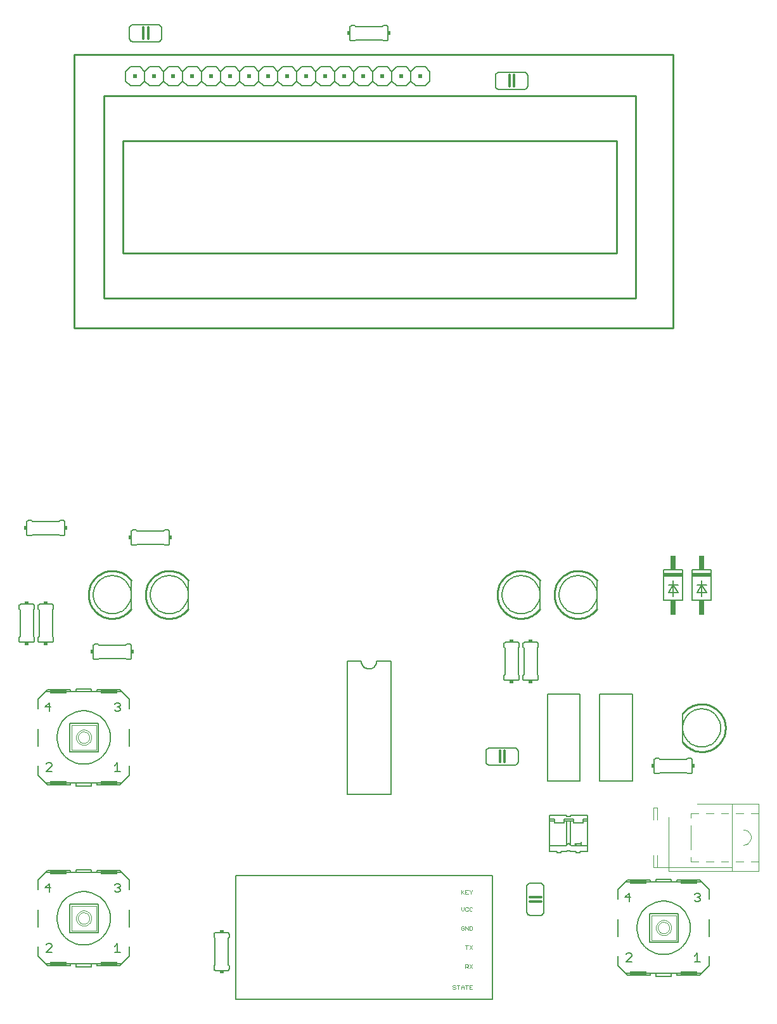
<source format=gto>
G75*
%MOIN*%
%OFA0B0*%
%FSLAX24Y24*%
%IPPOS*%
%LPD*%
%AMOC8*
5,1,8,0,0,1.08239X$1,22.5*
%
%ADD10C,0.0020*%
%ADD11C,0.0050*%
%ADD12C,0.0060*%
%ADD13R,0.0150X0.0200*%
%ADD14R,0.0200X0.0150*%
%ADD15C,0.0100*%
%ADD16R,0.0200X0.0200*%
%ADD17R,0.0850X0.0200*%
%ADD18C,0.0080*%
%ADD19C,0.0120*%
%ADD20R,0.1000X0.0200*%
%ADD21R,0.0300X0.0750*%
%ADD22C,0.0039*%
D10*
X005700Y005200D02*
X005700Y006500D01*
X007000Y006500D01*
X007000Y005200D01*
X005700Y005200D01*
X006050Y005850D02*
X006052Y005884D01*
X006058Y005918D01*
X006067Y005951D01*
X006081Y005982D01*
X006098Y006012D01*
X006118Y006040D01*
X006141Y006065D01*
X006167Y006088D01*
X006195Y006107D01*
X006225Y006123D01*
X006257Y006135D01*
X006290Y006144D01*
X006324Y006149D01*
X006359Y006150D01*
X006393Y006147D01*
X006426Y006140D01*
X006459Y006130D01*
X006490Y006115D01*
X006519Y006098D01*
X006546Y006077D01*
X006571Y006053D01*
X006593Y006026D01*
X006611Y005998D01*
X006626Y005967D01*
X006638Y005935D01*
X006646Y005901D01*
X006650Y005867D01*
X006650Y005833D01*
X006646Y005799D01*
X006638Y005765D01*
X006626Y005733D01*
X006611Y005702D01*
X006593Y005674D01*
X006571Y005647D01*
X006546Y005623D01*
X006519Y005602D01*
X006490Y005585D01*
X006459Y005570D01*
X006426Y005560D01*
X006393Y005553D01*
X006359Y005550D01*
X006324Y005551D01*
X006290Y005556D01*
X006257Y005565D01*
X006225Y005577D01*
X006195Y005593D01*
X006167Y005612D01*
X006141Y005635D01*
X006118Y005660D01*
X006098Y005688D01*
X006081Y005718D01*
X006067Y005749D01*
X006058Y005782D01*
X006052Y005816D01*
X006050Y005850D01*
X005950Y005850D02*
X005952Y005890D01*
X005958Y005929D01*
X005968Y005968D01*
X005981Y006005D01*
X005999Y006041D01*
X006020Y006075D01*
X006044Y006107D01*
X006071Y006136D01*
X006101Y006163D01*
X006133Y006186D01*
X006168Y006206D01*
X006204Y006222D01*
X006242Y006235D01*
X006281Y006244D01*
X006320Y006249D01*
X006360Y006250D01*
X006400Y006247D01*
X006439Y006240D01*
X006477Y006229D01*
X006515Y006215D01*
X006550Y006196D01*
X006583Y006175D01*
X006615Y006150D01*
X006643Y006122D01*
X006669Y006092D01*
X006691Y006059D01*
X006710Y006024D01*
X006726Y005987D01*
X006738Y005949D01*
X006746Y005910D01*
X006750Y005870D01*
X006750Y005830D01*
X006746Y005790D01*
X006738Y005751D01*
X006726Y005713D01*
X006710Y005676D01*
X006691Y005641D01*
X006669Y005608D01*
X006643Y005578D01*
X006615Y005550D01*
X006583Y005525D01*
X006550Y005504D01*
X006515Y005485D01*
X006477Y005471D01*
X006439Y005460D01*
X006400Y005453D01*
X006360Y005450D01*
X006320Y005451D01*
X006281Y005456D01*
X006242Y005465D01*
X006204Y005478D01*
X006168Y005494D01*
X006133Y005514D01*
X006101Y005537D01*
X006071Y005564D01*
X006044Y005593D01*
X006020Y005625D01*
X005999Y005659D01*
X005981Y005695D01*
X005968Y005732D01*
X005958Y005771D01*
X005952Y005810D01*
X005950Y005850D01*
X005700Y014700D02*
X005700Y016000D01*
X007000Y016000D01*
X007000Y014700D01*
X005700Y014700D01*
X006050Y015350D02*
X006052Y015384D01*
X006058Y015418D01*
X006067Y015451D01*
X006081Y015482D01*
X006098Y015512D01*
X006118Y015540D01*
X006141Y015565D01*
X006167Y015588D01*
X006195Y015607D01*
X006225Y015623D01*
X006257Y015635D01*
X006290Y015644D01*
X006324Y015649D01*
X006359Y015650D01*
X006393Y015647D01*
X006426Y015640D01*
X006459Y015630D01*
X006490Y015615D01*
X006519Y015598D01*
X006546Y015577D01*
X006571Y015553D01*
X006593Y015526D01*
X006611Y015498D01*
X006626Y015467D01*
X006638Y015435D01*
X006646Y015401D01*
X006650Y015367D01*
X006650Y015333D01*
X006646Y015299D01*
X006638Y015265D01*
X006626Y015233D01*
X006611Y015202D01*
X006593Y015174D01*
X006571Y015147D01*
X006546Y015123D01*
X006519Y015102D01*
X006490Y015085D01*
X006459Y015070D01*
X006426Y015060D01*
X006393Y015053D01*
X006359Y015050D01*
X006324Y015051D01*
X006290Y015056D01*
X006257Y015065D01*
X006225Y015077D01*
X006195Y015093D01*
X006167Y015112D01*
X006141Y015135D01*
X006118Y015160D01*
X006098Y015188D01*
X006081Y015218D01*
X006067Y015249D01*
X006058Y015282D01*
X006052Y015316D01*
X006050Y015350D01*
X005950Y015350D02*
X005952Y015390D01*
X005958Y015429D01*
X005968Y015468D01*
X005981Y015505D01*
X005999Y015541D01*
X006020Y015575D01*
X006044Y015607D01*
X006071Y015636D01*
X006101Y015663D01*
X006133Y015686D01*
X006168Y015706D01*
X006204Y015722D01*
X006242Y015735D01*
X006281Y015744D01*
X006320Y015749D01*
X006360Y015750D01*
X006400Y015747D01*
X006439Y015740D01*
X006477Y015729D01*
X006515Y015715D01*
X006550Y015696D01*
X006583Y015675D01*
X006615Y015650D01*
X006643Y015622D01*
X006669Y015592D01*
X006691Y015559D01*
X006710Y015524D01*
X006726Y015487D01*
X006738Y015449D01*
X006746Y015410D01*
X006750Y015370D01*
X006750Y015330D01*
X006746Y015290D01*
X006738Y015251D01*
X006726Y015213D01*
X006710Y015176D01*
X006691Y015141D01*
X006669Y015108D01*
X006643Y015078D01*
X006615Y015050D01*
X006583Y015025D01*
X006550Y015004D01*
X006515Y014985D01*
X006477Y014971D01*
X006439Y014960D01*
X006400Y014953D01*
X006360Y014950D01*
X006320Y014951D01*
X006281Y014956D01*
X006242Y014965D01*
X006204Y014978D01*
X006168Y014994D01*
X006133Y015014D01*
X006101Y015037D01*
X006071Y015064D01*
X006044Y015093D01*
X006020Y015125D01*
X005999Y015159D01*
X005981Y015195D01*
X005968Y015232D01*
X005958Y015271D01*
X005952Y015310D01*
X005950Y015350D01*
X025755Y002303D02*
X025755Y002267D01*
X025792Y002230D01*
X025865Y002230D01*
X025902Y002193D01*
X025902Y002157D01*
X025865Y002120D01*
X025792Y002120D01*
X025755Y002157D01*
X025755Y002303D02*
X025792Y002340D01*
X025865Y002340D01*
X025902Y002303D01*
X025976Y002340D02*
X026123Y002340D01*
X026049Y002340D02*
X026049Y002120D01*
X026197Y002120D02*
X026197Y002267D01*
X026270Y002340D01*
X026344Y002267D01*
X026344Y002120D01*
X026344Y002230D02*
X026197Y002230D01*
X026418Y002340D02*
X026565Y002340D01*
X026491Y002340D02*
X026491Y002120D01*
X026639Y002120D02*
X026786Y002120D01*
X026712Y002230D02*
X026639Y002230D01*
X026639Y002340D02*
X026639Y002120D01*
X026639Y002340D02*
X026786Y002340D01*
X026786Y003220D02*
X026639Y003440D01*
X026565Y003403D02*
X026565Y003330D01*
X026528Y003293D01*
X026418Y003293D01*
X026418Y003220D02*
X026418Y003440D01*
X026528Y003440D01*
X026565Y003403D01*
X026491Y003293D02*
X026565Y003220D01*
X026639Y003220D02*
X026786Y003440D01*
X026786Y004220D02*
X026639Y004440D01*
X026565Y004440D02*
X026418Y004440D01*
X026491Y004440D02*
X026491Y004220D01*
X026639Y004220D02*
X026786Y004440D01*
X026749Y005220D02*
X026786Y005257D01*
X026786Y005403D01*
X026749Y005440D01*
X026639Y005440D01*
X026639Y005220D01*
X026749Y005220D01*
X026565Y005220D02*
X026565Y005440D01*
X026418Y005440D02*
X026565Y005220D01*
X026418Y005220D02*
X026418Y005440D01*
X026344Y005403D02*
X026307Y005440D01*
X026234Y005440D01*
X026197Y005403D01*
X026197Y005257D01*
X026234Y005220D01*
X026307Y005220D01*
X026344Y005257D01*
X026344Y005330D01*
X026270Y005330D01*
X026270Y006220D02*
X026344Y006293D01*
X026344Y006440D01*
X026418Y006403D02*
X026418Y006257D01*
X026455Y006220D01*
X026528Y006220D01*
X026565Y006257D01*
X026639Y006257D02*
X026676Y006220D01*
X026749Y006220D01*
X026786Y006257D01*
X026786Y006403D02*
X026749Y006440D01*
X026676Y006440D01*
X026639Y006403D01*
X026639Y006257D01*
X026565Y006403D02*
X026528Y006440D01*
X026455Y006440D01*
X026418Y006403D01*
X026197Y006440D02*
X026197Y006293D01*
X026270Y006220D01*
X026197Y007120D02*
X026197Y007340D01*
X026234Y007230D02*
X026344Y007120D01*
X026418Y007120D02*
X026565Y007120D01*
X026491Y007230D02*
X026418Y007230D01*
X026418Y007340D02*
X026418Y007120D01*
X026418Y007340D02*
X026565Y007340D01*
X026639Y007340D02*
X026639Y007303D01*
X026712Y007230D01*
X026712Y007120D01*
X026712Y007230D02*
X026786Y007303D01*
X026786Y007340D01*
X026344Y007340D02*
X026197Y007193D01*
X036200Y006000D02*
X036200Y004700D01*
X037500Y004700D01*
X037500Y006000D01*
X036200Y006000D01*
X036550Y005350D02*
X036552Y005384D01*
X036558Y005418D01*
X036567Y005451D01*
X036581Y005482D01*
X036598Y005512D01*
X036618Y005540D01*
X036641Y005565D01*
X036667Y005588D01*
X036695Y005607D01*
X036725Y005623D01*
X036757Y005635D01*
X036790Y005644D01*
X036824Y005649D01*
X036859Y005650D01*
X036893Y005647D01*
X036926Y005640D01*
X036959Y005630D01*
X036990Y005615D01*
X037019Y005598D01*
X037046Y005577D01*
X037071Y005553D01*
X037093Y005526D01*
X037111Y005498D01*
X037126Y005467D01*
X037138Y005435D01*
X037146Y005401D01*
X037150Y005367D01*
X037150Y005333D01*
X037146Y005299D01*
X037138Y005265D01*
X037126Y005233D01*
X037111Y005202D01*
X037093Y005174D01*
X037071Y005147D01*
X037046Y005123D01*
X037019Y005102D01*
X036990Y005085D01*
X036959Y005070D01*
X036926Y005060D01*
X036893Y005053D01*
X036859Y005050D01*
X036824Y005051D01*
X036790Y005056D01*
X036757Y005065D01*
X036725Y005077D01*
X036695Y005093D01*
X036667Y005112D01*
X036641Y005135D01*
X036618Y005160D01*
X036598Y005188D01*
X036581Y005218D01*
X036567Y005249D01*
X036558Y005282D01*
X036552Y005316D01*
X036550Y005350D01*
X036450Y005350D02*
X036452Y005390D01*
X036458Y005429D01*
X036468Y005468D01*
X036481Y005505D01*
X036499Y005541D01*
X036520Y005575D01*
X036544Y005607D01*
X036571Y005636D01*
X036601Y005663D01*
X036633Y005686D01*
X036668Y005706D01*
X036704Y005722D01*
X036742Y005735D01*
X036781Y005744D01*
X036820Y005749D01*
X036860Y005750D01*
X036900Y005747D01*
X036939Y005740D01*
X036977Y005729D01*
X037015Y005715D01*
X037050Y005696D01*
X037083Y005675D01*
X037115Y005650D01*
X037143Y005622D01*
X037169Y005592D01*
X037191Y005559D01*
X037210Y005524D01*
X037226Y005487D01*
X037238Y005449D01*
X037246Y005410D01*
X037250Y005370D01*
X037250Y005330D01*
X037246Y005290D01*
X037238Y005251D01*
X037226Y005213D01*
X037210Y005176D01*
X037191Y005141D01*
X037169Y005108D01*
X037143Y005078D01*
X037115Y005050D01*
X037083Y005025D01*
X037050Y005004D01*
X037015Y004985D01*
X036977Y004971D01*
X036939Y004960D01*
X036900Y004953D01*
X036860Y004950D01*
X036820Y004951D01*
X036781Y004956D01*
X036742Y004965D01*
X036704Y004978D01*
X036668Y004994D01*
X036633Y005014D01*
X036601Y005037D01*
X036571Y005064D01*
X036544Y005093D01*
X036520Y005125D01*
X036499Y005159D01*
X036481Y005195D01*
X036468Y005232D01*
X036458Y005271D01*
X036452Y005310D01*
X036450Y005350D01*
D11*
X035090Y004025D02*
X034940Y004025D01*
X034865Y003950D01*
X035090Y004025D02*
X035165Y003950D01*
X035165Y003875D01*
X034865Y003575D01*
X035165Y003575D01*
X035040Y006725D02*
X035040Y007175D01*
X034815Y006950D01*
X035115Y006950D01*
X032515Y009646D02*
X032515Y009873D01*
X032515Y009759D02*
X032175Y009759D01*
X032288Y009646D01*
X027850Y008100D02*
X014350Y008100D01*
X014350Y001600D01*
X027850Y001600D01*
X027850Y008100D01*
X038465Y007100D02*
X038540Y007175D01*
X038690Y007175D01*
X038765Y007100D01*
X038765Y007025D01*
X038690Y006950D01*
X038765Y006875D01*
X038765Y006800D01*
X038690Y006725D01*
X038540Y006725D01*
X038465Y006800D01*
X038615Y006950D02*
X038690Y006950D01*
X038615Y004025D02*
X038465Y003875D01*
X038615Y004025D02*
X038615Y003575D01*
X038465Y003575D02*
X038765Y003575D01*
X008265Y004075D02*
X007965Y004075D01*
X008115Y004075D02*
X008115Y004525D01*
X007965Y004375D01*
X008040Y007225D02*
X007965Y007300D01*
X008040Y007225D02*
X008190Y007225D01*
X008265Y007300D01*
X008265Y007375D01*
X008190Y007450D01*
X008115Y007450D01*
X008190Y007450D02*
X008265Y007525D01*
X008265Y007600D01*
X008190Y007675D01*
X008040Y007675D01*
X007965Y007600D01*
X004615Y007450D02*
X004315Y007450D01*
X004540Y007675D01*
X004540Y007225D01*
X004590Y004525D02*
X004440Y004525D01*
X004365Y004450D01*
X004590Y004525D02*
X004665Y004450D01*
X004665Y004375D01*
X004365Y004075D01*
X004665Y004075D01*
X004665Y013575D02*
X004365Y013575D01*
X004665Y013875D01*
X004665Y013950D01*
X004590Y014025D01*
X004440Y014025D01*
X004365Y013950D01*
X004540Y016725D02*
X004540Y017175D01*
X004315Y016950D01*
X004615Y016950D01*
X007965Y016800D02*
X008040Y016725D01*
X008190Y016725D01*
X008265Y016800D01*
X008265Y016875D01*
X008190Y016950D01*
X008115Y016950D01*
X008190Y016950D02*
X008265Y017025D01*
X008265Y017100D01*
X008190Y017175D01*
X008040Y017175D01*
X007965Y017100D01*
X008115Y014025D02*
X007965Y013875D01*
X008115Y014025D02*
X008115Y013575D01*
X007965Y013575D02*
X008265Y013575D01*
X008797Y049581D02*
X009297Y049581D01*
X009547Y049831D01*
X009797Y049581D01*
X010297Y049581D01*
X010547Y049831D01*
X010547Y050331D01*
X010297Y050581D01*
X009797Y050581D01*
X009547Y050331D01*
X009547Y049831D01*
X009547Y050331D02*
X009297Y050581D01*
X008797Y050581D01*
X008547Y050331D01*
X008547Y049831D01*
X008797Y049581D01*
X010547Y049831D02*
X010797Y049581D01*
X011297Y049581D01*
X011547Y049831D01*
X011797Y049581D01*
X012297Y049581D01*
X012547Y049831D01*
X012797Y049581D01*
X013297Y049581D01*
X013547Y049831D01*
X013547Y050331D01*
X013297Y050581D01*
X012797Y050581D01*
X012547Y050331D01*
X012547Y049831D01*
X012547Y050331D02*
X012297Y050581D01*
X011797Y050581D01*
X011547Y050331D01*
X011547Y049831D01*
X011547Y050331D02*
X011297Y050581D01*
X010797Y050581D01*
X010547Y050331D01*
X013547Y050331D02*
X013797Y050581D01*
X014297Y050581D01*
X014547Y050331D01*
X014797Y050581D01*
X015297Y050581D01*
X015547Y050331D01*
X015797Y050581D01*
X016297Y050581D01*
X016547Y050331D01*
X016547Y049831D01*
X016297Y049581D01*
X015797Y049581D01*
X015547Y049831D01*
X015297Y049581D01*
X014797Y049581D01*
X014547Y049831D01*
X014297Y049581D01*
X013797Y049581D01*
X013547Y049831D01*
X014547Y049831D02*
X014547Y050331D01*
X015547Y050331D02*
X015547Y049831D01*
X016547Y049831D02*
X016797Y049581D01*
X017297Y049581D01*
X017547Y049831D01*
X017797Y049581D01*
X018297Y049581D01*
X018547Y049831D01*
X018797Y049581D01*
X019297Y049581D01*
X019547Y049831D01*
X019547Y050331D01*
X019297Y050581D01*
X018797Y050581D01*
X018547Y050331D01*
X018547Y049831D01*
X018547Y050331D02*
X018297Y050581D01*
X017797Y050581D01*
X017547Y050331D01*
X017547Y049831D01*
X017547Y050331D02*
X017297Y050581D01*
X016797Y050581D01*
X016547Y050331D01*
X019547Y050331D02*
X019797Y050581D01*
X020297Y050581D01*
X020547Y050331D01*
X020797Y050581D01*
X021297Y050581D01*
X021547Y050331D01*
X021797Y050581D01*
X022297Y050581D01*
X022547Y050331D01*
X022797Y050581D01*
X023297Y050581D01*
X023547Y050331D01*
X023797Y050581D01*
X024297Y050581D01*
X024547Y050331D01*
X024547Y049831D01*
X024297Y049581D01*
X023797Y049581D01*
X023547Y049831D01*
X023297Y049581D01*
X022797Y049581D01*
X022547Y049831D01*
X022297Y049581D01*
X021797Y049581D01*
X021547Y049831D01*
X021297Y049581D01*
X020797Y049581D01*
X020547Y049831D01*
X020297Y049581D01*
X019797Y049581D01*
X019547Y049831D01*
X020547Y049831D02*
X020547Y050331D01*
X021547Y050331D02*
X021547Y049831D01*
X022547Y049831D02*
X022547Y050331D01*
X023547Y050331D02*
X023547Y049831D01*
D12*
X003950Y004350D02*
X003950Y003850D01*
X004350Y003450D01*
X004450Y003350D01*
X005650Y003350D01*
X005650Y003450D01*
X005950Y003450D01*
X005950Y003300D01*
X006750Y003300D01*
X006750Y003450D01*
X007050Y003450D01*
X007050Y003350D01*
X008250Y003350D01*
X008350Y003450D01*
X008750Y003850D01*
X008750Y004350D01*
X008350Y003450D02*
X007050Y003450D01*
X006750Y003450D02*
X005950Y003450D01*
X005650Y003450D02*
X004350Y003450D01*
X003950Y005400D02*
X003950Y006300D01*
X003950Y007350D02*
X003950Y007850D01*
X004350Y008250D01*
X004450Y008350D01*
X005650Y008350D01*
X005650Y008250D01*
X004350Y008250D01*
X005650Y008250D02*
X005950Y008250D01*
X006750Y008250D01*
X007050Y008250D01*
X007050Y008350D01*
X008250Y008350D01*
X008350Y008250D01*
X007050Y008250D01*
X006750Y008250D02*
X006750Y008400D01*
X005950Y008400D01*
X005950Y008250D01*
X005600Y006600D02*
X007100Y006600D01*
X007100Y005100D01*
X005600Y005100D01*
X005600Y006600D01*
X004950Y005850D02*
X004952Y005925D01*
X004958Y005999D01*
X004968Y006073D01*
X004982Y006146D01*
X004999Y006218D01*
X005021Y006290D01*
X005046Y006360D01*
X005075Y006428D01*
X005108Y006496D01*
X005144Y006561D01*
X005183Y006624D01*
X005226Y006685D01*
X005272Y006744D01*
X005321Y006800D01*
X005373Y006853D01*
X005428Y006904D01*
X005485Y006951D01*
X005545Y006996D01*
X005607Y007037D01*
X005672Y007075D01*
X005738Y007109D01*
X005806Y007140D01*
X005875Y007167D01*
X005946Y007190D01*
X006018Y007210D01*
X006091Y007226D01*
X006164Y007238D01*
X006238Y007246D01*
X006313Y007250D01*
X006387Y007250D01*
X006462Y007246D01*
X006536Y007238D01*
X006609Y007226D01*
X006682Y007210D01*
X006754Y007190D01*
X006825Y007167D01*
X006894Y007140D01*
X006962Y007109D01*
X007028Y007075D01*
X007093Y007037D01*
X007155Y006996D01*
X007215Y006951D01*
X007272Y006904D01*
X007327Y006853D01*
X007379Y006800D01*
X007428Y006744D01*
X007474Y006685D01*
X007517Y006624D01*
X007556Y006561D01*
X007592Y006496D01*
X007625Y006428D01*
X007654Y006360D01*
X007679Y006290D01*
X007701Y006218D01*
X007718Y006146D01*
X007732Y006073D01*
X007742Y005999D01*
X007748Y005925D01*
X007750Y005850D01*
X007748Y005775D01*
X007742Y005701D01*
X007732Y005627D01*
X007718Y005554D01*
X007701Y005482D01*
X007679Y005410D01*
X007654Y005340D01*
X007625Y005272D01*
X007592Y005204D01*
X007556Y005139D01*
X007517Y005076D01*
X007474Y005015D01*
X007428Y004956D01*
X007379Y004900D01*
X007327Y004847D01*
X007272Y004796D01*
X007215Y004749D01*
X007155Y004704D01*
X007093Y004663D01*
X007028Y004625D01*
X006962Y004591D01*
X006894Y004560D01*
X006825Y004533D01*
X006754Y004510D01*
X006682Y004490D01*
X006609Y004474D01*
X006536Y004462D01*
X006462Y004454D01*
X006387Y004450D01*
X006313Y004450D01*
X006238Y004454D01*
X006164Y004462D01*
X006091Y004474D01*
X006018Y004490D01*
X005946Y004510D01*
X005875Y004533D01*
X005806Y004560D01*
X005738Y004591D01*
X005672Y004625D01*
X005607Y004663D01*
X005545Y004704D01*
X005485Y004749D01*
X005428Y004796D01*
X005373Y004847D01*
X005321Y004900D01*
X005272Y004956D01*
X005226Y005015D01*
X005183Y005076D01*
X005144Y005139D01*
X005108Y005204D01*
X005075Y005272D01*
X005046Y005340D01*
X005021Y005410D01*
X004999Y005482D01*
X004982Y005554D01*
X004968Y005627D01*
X004958Y005701D01*
X004952Y005775D01*
X004950Y005850D01*
X008350Y008250D02*
X008750Y007850D01*
X008750Y007350D01*
X008750Y006300D02*
X008750Y005400D01*
X013200Y005000D02*
X013200Y004850D01*
X013250Y004800D01*
X013250Y003400D01*
X013200Y003350D01*
X013200Y003200D01*
X013202Y003183D01*
X013206Y003166D01*
X013213Y003150D01*
X013223Y003136D01*
X013236Y003123D01*
X013250Y003113D01*
X013266Y003106D01*
X013283Y003102D01*
X013300Y003100D01*
X013900Y003100D01*
X013917Y003102D01*
X013934Y003106D01*
X013950Y003113D01*
X013964Y003123D01*
X013977Y003136D01*
X013987Y003150D01*
X013994Y003166D01*
X013998Y003183D01*
X014000Y003200D01*
X014000Y003350D01*
X013950Y003400D01*
X013950Y004800D01*
X014000Y004850D01*
X014000Y005000D01*
X013998Y005017D01*
X013994Y005034D01*
X013987Y005050D01*
X013977Y005064D01*
X013964Y005077D01*
X013950Y005087D01*
X013934Y005094D01*
X013917Y005098D01*
X013900Y005100D01*
X013300Y005100D01*
X013283Y005098D01*
X013266Y005094D01*
X013250Y005087D01*
X013236Y005077D01*
X013223Y005064D01*
X013213Y005050D01*
X013206Y005034D01*
X013202Y005017D01*
X013200Y005000D01*
X008250Y012850D02*
X008350Y012950D01*
X008750Y013350D01*
X008750Y013850D01*
X008350Y012950D02*
X007050Y012950D01*
X006750Y012950D01*
X005950Y012950D01*
X005650Y012950D01*
X005650Y012850D01*
X004450Y012850D01*
X004350Y012950D01*
X005650Y012950D01*
X005950Y012950D02*
X005950Y012800D01*
X006750Y012800D01*
X006750Y012950D01*
X007050Y012950D02*
X007050Y012850D01*
X008250Y012850D01*
X007100Y014600D02*
X007100Y016100D01*
X005600Y016100D01*
X005600Y014600D01*
X007100Y014600D01*
X004950Y015350D02*
X004952Y015425D01*
X004958Y015499D01*
X004968Y015573D01*
X004982Y015646D01*
X004999Y015718D01*
X005021Y015790D01*
X005046Y015860D01*
X005075Y015928D01*
X005108Y015996D01*
X005144Y016061D01*
X005183Y016124D01*
X005226Y016185D01*
X005272Y016244D01*
X005321Y016300D01*
X005373Y016353D01*
X005428Y016404D01*
X005485Y016451D01*
X005545Y016496D01*
X005607Y016537D01*
X005672Y016575D01*
X005738Y016609D01*
X005806Y016640D01*
X005875Y016667D01*
X005946Y016690D01*
X006018Y016710D01*
X006091Y016726D01*
X006164Y016738D01*
X006238Y016746D01*
X006313Y016750D01*
X006387Y016750D01*
X006462Y016746D01*
X006536Y016738D01*
X006609Y016726D01*
X006682Y016710D01*
X006754Y016690D01*
X006825Y016667D01*
X006894Y016640D01*
X006962Y016609D01*
X007028Y016575D01*
X007093Y016537D01*
X007155Y016496D01*
X007215Y016451D01*
X007272Y016404D01*
X007327Y016353D01*
X007379Y016300D01*
X007428Y016244D01*
X007474Y016185D01*
X007517Y016124D01*
X007556Y016061D01*
X007592Y015996D01*
X007625Y015928D01*
X007654Y015860D01*
X007679Y015790D01*
X007701Y015718D01*
X007718Y015646D01*
X007732Y015573D01*
X007742Y015499D01*
X007748Y015425D01*
X007750Y015350D01*
X007748Y015275D01*
X007742Y015201D01*
X007732Y015127D01*
X007718Y015054D01*
X007701Y014982D01*
X007679Y014910D01*
X007654Y014840D01*
X007625Y014772D01*
X007592Y014704D01*
X007556Y014639D01*
X007517Y014576D01*
X007474Y014515D01*
X007428Y014456D01*
X007379Y014400D01*
X007327Y014347D01*
X007272Y014296D01*
X007215Y014249D01*
X007155Y014204D01*
X007093Y014163D01*
X007028Y014125D01*
X006962Y014091D01*
X006894Y014060D01*
X006825Y014033D01*
X006754Y014010D01*
X006682Y013990D01*
X006609Y013974D01*
X006536Y013962D01*
X006462Y013954D01*
X006387Y013950D01*
X006313Y013950D01*
X006238Y013954D01*
X006164Y013962D01*
X006091Y013974D01*
X006018Y013990D01*
X005946Y014010D01*
X005875Y014033D01*
X005806Y014060D01*
X005738Y014091D01*
X005672Y014125D01*
X005607Y014163D01*
X005545Y014204D01*
X005485Y014249D01*
X005428Y014296D01*
X005373Y014347D01*
X005321Y014400D01*
X005272Y014456D01*
X005226Y014515D01*
X005183Y014576D01*
X005144Y014639D01*
X005108Y014704D01*
X005075Y014772D01*
X005046Y014840D01*
X005021Y014910D01*
X004999Y014982D01*
X004982Y015054D01*
X004968Y015127D01*
X004958Y015201D01*
X004952Y015275D01*
X004950Y015350D01*
X003950Y014900D02*
X003950Y015800D01*
X003950Y016850D02*
X003950Y017350D01*
X004350Y017750D01*
X004450Y017850D01*
X005650Y017850D01*
X005650Y017750D01*
X004350Y017750D01*
X005650Y017750D02*
X005950Y017750D01*
X006750Y017750D01*
X007050Y017750D01*
X007050Y017850D01*
X008250Y017850D01*
X008350Y017750D01*
X007050Y017750D01*
X006750Y017750D02*
X006750Y017900D01*
X005950Y017900D01*
X005950Y017750D01*
X006950Y019450D02*
X007100Y019450D01*
X007150Y019500D01*
X008550Y019500D01*
X008600Y019450D01*
X008750Y019450D01*
X008767Y019452D01*
X008784Y019456D01*
X008800Y019463D01*
X008814Y019473D01*
X008827Y019486D01*
X008837Y019500D01*
X008844Y019516D01*
X008848Y019533D01*
X008850Y019550D01*
X008850Y020150D01*
X008848Y020167D01*
X008844Y020184D01*
X008837Y020200D01*
X008827Y020214D01*
X008814Y020227D01*
X008800Y020237D01*
X008784Y020244D01*
X008767Y020248D01*
X008750Y020250D01*
X008600Y020250D01*
X008550Y020200D01*
X007150Y020200D01*
X007100Y020250D01*
X006950Y020250D01*
X006933Y020248D01*
X006916Y020244D01*
X006900Y020237D01*
X006886Y020227D01*
X006873Y020214D01*
X006863Y020200D01*
X006856Y020184D01*
X006852Y020167D01*
X006850Y020150D01*
X006850Y019550D01*
X006852Y019533D01*
X006856Y019516D01*
X006863Y019500D01*
X006873Y019486D01*
X006886Y019473D01*
X006900Y019463D01*
X006916Y019456D01*
X006933Y019452D01*
X006950Y019450D01*
X008350Y017750D02*
X008750Y017350D01*
X008750Y016850D01*
X008750Y015800D02*
X008750Y014900D01*
X004350Y012950D02*
X003950Y013350D01*
X003950Y013850D01*
X004050Y020350D02*
X004650Y020350D01*
X004667Y020352D01*
X004684Y020356D01*
X004700Y020363D01*
X004714Y020373D01*
X004727Y020386D01*
X004737Y020400D01*
X004744Y020416D01*
X004748Y020433D01*
X004750Y020450D01*
X004750Y020600D01*
X004700Y020650D01*
X004700Y022050D01*
X004750Y022100D01*
X004750Y022250D01*
X004748Y022267D01*
X004744Y022284D01*
X004737Y022300D01*
X004727Y022314D01*
X004714Y022327D01*
X004700Y022337D01*
X004684Y022344D01*
X004667Y022348D01*
X004650Y022350D01*
X004050Y022350D01*
X004033Y022348D01*
X004016Y022344D01*
X004000Y022337D01*
X003986Y022327D01*
X003973Y022314D01*
X003963Y022300D01*
X003956Y022284D01*
X003952Y022267D01*
X003950Y022250D01*
X003950Y022100D01*
X004000Y022050D01*
X004000Y020650D01*
X003950Y020600D01*
X003950Y020450D01*
X003952Y020433D01*
X003956Y020416D01*
X003963Y020400D01*
X003973Y020386D01*
X003986Y020373D01*
X004000Y020363D01*
X004016Y020356D01*
X004033Y020352D01*
X004050Y020350D01*
X003750Y020450D02*
X003750Y020600D01*
X003700Y020650D01*
X003700Y022050D01*
X003750Y022100D01*
X003750Y022250D01*
X003748Y022267D01*
X003744Y022284D01*
X003737Y022300D01*
X003727Y022314D01*
X003714Y022327D01*
X003700Y022337D01*
X003684Y022344D01*
X003667Y022348D01*
X003650Y022350D01*
X003050Y022350D01*
X003033Y022348D01*
X003016Y022344D01*
X003000Y022337D01*
X002986Y022327D01*
X002973Y022314D01*
X002963Y022300D01*
X002956Y022284D01*
X002952Y022267D01*
X002950Y022250D01*
X002950Y022100D01*
X003000Y022050D01*
X003000Y020650D01*
X002950Y020600D01*
X002950Y020450D01*
X002952Y020433D01*
X002956Y020416D01*
X002963Y020400D01*
X002973Y020386D01*
X002986Y020373D01*
X003000Y020363D01*
X003016Y020356D01*
X003033Y020352D01*
X003050Y020350D01*
X003650Y020350D01*
X003667Y020352D01*
X003684Y020356D01*
X003700Y020363D01*
X003714Y020373D01*
X003727Y020386D01*
X003737Y020400D01*
X003744Y020416D01*
X003748Y020433D01*
X003750Y020450D01*
X006850Y022850D02*
X006852Y022913D01*
X006858Y022975D01*
X006868Y023037D01*
X006881Y023099D01*
X006899Y023159D01*
X006920Y023218D01*
X006945Y023276D01*
X006974Y023332D01*
X007006Y023386D01*
X007041Y023438D01*
X007079Y023487D01*
X007121Y023535D01*
X007165Y023579D01*
X007213Y023621D01*
X007262Y023659D01*
X007314Y023694D01*
X007368Y023726D01*
X007424Y023755D01*
X007482Y023780D01*
X007541Y023801D01*
X007601Y023819D01*
X007663Y023832D01*
X007725Y023842D01*
X007787Y023848D01*
X007850Y023850D01*
X007913Y023848D01*
X007975Y023842D01*
X008037Y023832D01*
X008099Y023819D01*
X008159Y023801D01*
X008218Y023780D01*
X008276Y023755D01*
X008332Y023726D01*
X008386Y023694D01*
X008438Y023659D01*
X008487Y023621D01*
X008535Y023579D01*
X008579Y023535D01*
X008621Y023487D01*
X008659Y023438D01*
X008694Y023386D01*
X008726Y023332D01*
X008755Y023276D01*
X008780Y023218D01*
X008801Y023159D01*
X008819Y023099D01*
X008832Y023037D01*
X008842Y022975D01*
X008848Y022913D01*
X008850Y022850D01*
X008848Y022787D01*
X008842Y022725D01*
X008832Y022663D01*
X008819Y022601D01*
X008801Y022541D01*
X008780Y022482D01*
X008755Y022424D01*
X008726Y022368D01*
X008694Y022314D01*
X008659Y022262D01*
X008621Y022213D01*
X008579Y022165D01*
X008535Y022121D01*
X008487Y022079D01*
X008438Y022041D01*
X008386Y022006D01*
X008332Y021974D01*
X008276Y021945D01*
X008218Y021920D01*
X008159Y021899D01*
X008099Y021881D01*
X008037Y021868D01*
X007975Y021858D01*
X007913Y021852D01*
X007850Y021850D01*
X007787Y021852D01*
X007725Y021858D01*
X007663Y021868D01*
X007601Y021881D01*
X007541Y021899D01*
X007482Y021920D01*
X007424Y021945D01*
X007368Y021974D01*
X007314Y022006D01*
X007262Y022041D01*
X007213Y022079D01*
X007165Y022121D01*
X007121Y022165D01*
X007079Y022213D01*
X007041Y022262D01*
X007006Y022314D01*
X006974Y022368D01*
X006945Y022424D01*
X006920Y022482D01*
X006899Y022541D01*
X006881Y022601D01*
X006868Y022663D01*
X006858Y022725D01*
X006852Y022787D01*
X006850Y022850D01*
X008950Y025450D02*
X009100Y025450D01*
X009150Y025500D01*
X010550Y025500D01*
X010600Y025450D01*
X010750Y025450D01*
X010767Y025452D01*
X010784Y025456D01*
X010800Y025463D01*
X010814Y025473D01*
X010827Y025486D01*
X010837Y025500D01*
X010844Y025516D01*
X010848Y025533D01*
X010850Y025550D01*
X010850Y026150D01*
X010848Y026167D01*
X010844Y026184D01*
X010837Y026200D01*
X010827Y026214D01*
X010814Y026227D01*
X010800Y026237D01*
X010784Y026244D01*
X010767Y026248D01*
X010750Y026250D01*
X010600Y026250D01*
X010550Y026200D01*
X009150Y026200D01*
X009100Y026250D01*
X008950Y026250D01*
X008933Y026248D01*
X008916Y026244D01*
X008900Y026237D01*
X008886Y026227D01*
X008873Y026214D01*
X008863Y026200D01*
X008856Y026184D01*
X008852Y026167D01*
X008850Y026150D01*
X008850Y025550D01*
X008852Y025533D01*
X008856Y025516D01*
X008863Y025500D01*
X008873Y025486D01*
X008886Y025473D01*
X008900Y025463D01*
X008916Y025456D01*
X008933Y025452D01*
X008950Y025450D01*
X009850Y022850D02*
X009852Y022913D01*
X009858Y022975D01*
X009868Y023037D01*
X009881Y023099D01*
X009899Y023159D01*
X009920Y023218D01*
X009945Y023276D01*
X009974Y023332D01*
X010006Y023386D01*
X010041Y023438D01*
X010079Y023487D01*
X010121Y023535D01*
X010165Y023579D01*
X010213Y023621D01*
X010262Y023659D01*
X010314Y023694D01*
X010368Y023726D01*
X010424Y023755D01*
X010482Y023780D01*
X010541Y023801D01*
X010601Y023819D01*
X010663Y023832D01*
X010725Y023842D01*
X010787Y023848D01*
X010850Y023850D01*
X010913Y023848D01*
X010975Y023842D01*
X011037Y023832D01*
X011099Y023819D01*
X011159Y023801D01*
X011218Y023780D01*
X011276Y023755D01*
X011332Y023726D01*
X011386Y023694D01*
X011438Y023659D01*
X011487Y023621D01*
X011535Y023579D01*
X011579Y023535D01*
X011621Y023487D01*
X011659Y023438D01*
X011694Y023386D01*
X011726Y023332D01*
X011755Y023276D01*
X011780Y023218D01*
X011801Y023159D01*
X011819Y023099D01*
X011832Y023037D01*
X011842Y022975D01*
X011848Y022913D01*
X011850Y022850D01*
X011848Y022787D01*
X011842Y022725D01*
X011832Y022663D01*
X011819Y022601D01*
X011801Y022541D01*
X011780Y022482D01*
X011755Y022424D01*
X011726Y022368D01*
X011694Y022314D01*
X011659Y022262D01*
X011621Y022213D01*
X011579Y022165D01*
X011535Y022121D01*
X011487Y022079D01*
X011438Y022041D01*
X011386Y022006D01*
X011332Y021974D01*
X011276Y021945D01*
X011218Y021920D01*
X011159Y021899D01*
X011099Y021881D01*
X011037Y021868D01*
X010975Y021858D01*
X010913Y021852D01*
X010850Y021850D01*
X010787Y021852D01*
X010725Y021858D01*
X010663Y021868D01*
X010601Y021881D01*
X010541Y021899D01*
X010482Y021920D01*
X010424Y021945D01*
X010368Y021974D01*
X010314Y022006D01*
X010262Y022041D01*
X010213Y022079D01*
X010165Y022121D01*
X010121Y022165D01*
X010079Y022213D01*
X010041Y022262D01*
X010006Y022314D01*
X009974Y022368D01*
X009945Y022424D01*
X009920Y022482D01*
X009899Y022541D01*
X009881Y022601D01*
X009868Y022663D01*
X009858Y022725D01*
X009852Y022787D01*
X009850Y022850D01*
X005350Y026050D02*
X005350Y026650D01*
X005348Y026667D01*
X005344Y026684D01*
X005337Y026700D01*
X005327Y026714D01*
X005314Y026727D01*
X005300Y026737D01*
X005284Y026744D01*
X005267Y026748D01*
X005250Y026750D01*
X005100Y026750D01*
X005050Y026700D01*
X003650Y026700D01*
X003600Y026750D01*
X003450Y026750D01*
X003433Y026748D01*
X003416Y026744D01*
X003400Y026737D01*
X003386Y026727D01*
X003373Y026714D01*
X003363Y026700D01*
X003356Y026684D01*
X003352Y026667D01*
X003350Y026650D01*
X003350Y026050D01*
X003352Y026033D01*
X003356Y026016D01*
X003363Y026000D01*
X003373Y025986D01*
X003386Y025973D01*
X003400Y025963D01*
X003416Y025956D01*
X003433Y025952D01*
X003450Y025950D01*
X003600Y025950D01*
X003650Y026000D01*
X005050Y026000D01*
X005100Y025950D01*
X005250Y025950D01*
X005267Y025952D01*
X005284Y025956D01*
X005300Y025963D01*
X005314Y025973D01*
X005327Y025986D01*
X005337Y026000D01*
X005344Y026016D01*
X005348Y026033D01*
X005350Y026050D01*
X020200Y019350D02*
X020200Y012350D01*
X022500Y012350D01*
X022500Y019350D01*
X021750Y019350D01*
X021748Y019311D01*
X021742Y019272D01*
X021733Y019234D01*
X021720Y019197D01*
X021703Y019161D01*
X021683Y019128D01*
X021659Y019096D01*
X021633Y019067D01*
X021604Y019041D01*
X021572Y019017D01*
X021539Y018997D01*
X021503Y018980D01*
X021466Y018967D01*
X021428Y018958D01*
X021389Y018952D01*
X021350Y018950D01*
X021311Y018952D01*
X021272Y018958D01*
X021234Y018967D01*
X021197Y018980D01*
X021161Y018997D01*
X021128Y019017D01*
X021096Y019041D01*
X021067Y019067D01*
X021041Y019096D01*
X021017Y019128D01*
X020997Y019161D01*
X020980Y019197D01*
X020967Y019234D01*
X020958Y019272D01*
X020952Y019311D01*
X020950Y019350D01*
X020200Y019350D01*
X027500Y014600D02*
X027500Y014100D01*
X027502Y014074D01*
X027507Y014048D01*
X027515Y014023D01*
X027527Y014000D01*
X027541Y013978D01*
X027559Y013959D01*
X027578Y013941D01*
X027600Y013927D01*
X027623Y013915D01*
X027648Y013907D01*
X027674Y013902D01*
X027700Y013900D01*
X029000Y013900D01*
X029026Y013902D01*
X029052Y013907D01*
X029077Y013915D01*
X029100Y013927D01*
X029122Y013941D01*
X029141Y013959D01*
X029159Y013978D01*
X029173Y014000D01*
X029185Y014023D01*
X029193Y014048D01*
X029198Y014074D01*
X029200Y014100D01*
X029200Y014600D01*
X029198Y014626D01*
X029193Y014652D01*
X029185Y014677D01*
X029173Y014700D01*
X029159Y014722D01*
X029141Y014741D01*
X029122Y014759D01*
X029100Y014773D01*
X029077Y014785D01*
X029052Y014793D01*
X029026Y014798D01*
X029000Y014800D01*
X027700Y014800D01*
X027674Y014798D01*
X027648Y014793D01*
X027623Y014785D01*
X027600Y014773D01*
X027578Y014759D01*
X027559Y014741D01*
X027541Y014722D01*
X027527Y014700D01*
X027515Y014677D01*
X027507Y014652D01*
X027502Y014626D01*
X027500Y014600D01*
X028550Y018350D02*
X029150Y018350D01*
X029167Y018352D01*
X029184Y018356D01*
X029200Y018363D01*
X029214Y018373D01*
X029227Y018386D01*
X029237Y018400D01*
X029244Y018416D01*
X029248Y018433D01*
X029250Y018450D01*
X029250Y018600D01*
X029200Y018650D01*
X029200Y020050D01*
X029250Y020100D01*
X029250Y020250D01*
X029248Y020267D01*
X029244Y020284D01*
X029237Y020300D01*
X029227Y020314D01*
X029214Y020327D01*
X029200Y020337D01*
X029184Y020344D01*
X029167Y020348D01*
X029150Y020350D01*
X028550Y020350D01*
X028533Y020348D01*
X028516Y020344D01*
X028500Y020337D01*
X028486Y020327D01*
X028473Y020314D01*
X028463Y020300D01*
X028456Y020284D01*
X028452Y020267D01*
X028450Y020250D01*
X028450Y020100D01*
X028500Y020050D01*
X028500Y018650D01*
X028450Y018600D01*
X028450Y018450D01*
X028452Y018433D01*
X028456Y018416D01*
X028463Y018400D01*
X028473Y018386D01*
X028486Y018373D01*
X028500Y018363D01*
X028516Y018356D01*
X028533Y018352D01*
X028550Y018350D01*
X029450Y018450D02*
X029450Y018600D01*
X029500Y018650D01*
X029500Y020050D01*
X029450Y020100D01*
X029450Y020250D01*
X029452Y020267D01*
X029456Y020284D01*
X029463Y020300D01*
X029473Y020314D01*
X029486Y020327D01*
X029500Y020337D01*
X029516Y020344D01*
X029533Y020348D01*
X029550Y020350D01*
X030150Y020350D01*
X030167Y020348D01*
X030184Y020344D01*
X030200Y020337D01*
X030214Y020327D01*
X030227Y020314D01*
X030237Y020300D01*
X030244Y020284D01*
X030248Y020267D01*
X030250Y020250D01*
X030250Y020100D01*
X030200Y020050D01*
X030200Y018650D01*
X030250Y018600D01*
X030250Y018450D01*
X030248Y018433D01*
X030244Y018416D01*
X030237Y018400D01*
X030227Y018386D01*
X030214Y018373D01*
X030200Y018363D01*
X030184Y018356D01*
X030167Y018352D01*
X030150Y018350D01*
X029550Y018350D01*
X029533Y018352D01*
X029516Y018356D01*
X029500Y018363D01*
X029486Y018373D01*
X029473Y018386D01*
X029463Y018400D01*
X029456Y018416D01*
X029452Y018433D01*
X029450Y018450D01*
X028350Y022850D02*
X028352Y022913D01*
X028358Y022975D01*
X028368Y023037D01*
X028381Y023099D01*
X028399Y023159D01*
X028420Y023218D01*
X028445Y023276D01*
X028474Y023332D01*
X028506Y023386D01*
X028541Y023438D01*
X028579Y023487D01*
X028621Y023535D01*
X028665Y023579D01*
X028713Y023621D01*
X028762Y023659D01*
X028814Y023694D01*
X028868Y023726D01*
X028924Y023755D01*
X028982Y023780D01*
X029041Y023801D01*
X029101Y023819D01*
X029163Y023832D01*
X029225Y023842D01*
X029287Y023848D01*
X029350Y023850D01*
X029413Y023848D01*
X029475Y023842D01*
X029537Y023832D01*
X029599Y023819D01*
X029659Y023801D01*
X029718Y023780D01*
X029776Y023755D01*
X029832Y023726D01*
X029886Y023694D01*
X029938Y023659D01*
X029987Y023621D01*
X030035Y023579D01*
X030079Y023535D01*
X030121Y023487D01*
X030159Y023438D01*
X030194Y023386D01*
X030226Y023332D01*
X030255Y023276D01*
X030280Y023218D01*
X030301Y023159D01*
X030319Y023099D01*
X030332Y023037D01*
X030342Y022975D01*
X030348Y022913D01*
X030350Y022850D01*
X030348Y022787D01*
X030342Y022725D01*
X030332Y022663D01*
X030319Y022601D01*
X030301Y022541D01*
X030280Y022482D01*
X030255Y022424D01*
X030226Y022368D01*
X030194Y022314D01*
X030159Y022262D01*
X030121Y022213D01*
X030079Y022165D01*
X030035Y022121D01*
X029987Y022079D01*
X029938Y022041D01*
X029886Y022006D01*
X029832Y021974D01*
X029776Y021945D01*
X029718Y021920D01*
X029659Y021899D01*
X029599Y021881D01*
X029537Y021868D01*
X029475Y021858D01*
X029413Y021852D01*
X029350Y021850D01*
X029287Y021852D01*
X029225Y021858D01*
X029163Y021868D01*
X029101Y021881D01*
X029041Y021899D01*
X028982Y021920D01*
X028924Y021945D01*
X028868Y021974D01*
X028814Y022006D01*
X028762Y022041D01*
X028713Y022079D01*
X028665Y022121D01*
X028621Y022165D01*
X028579Y022213D01*
X028541Y022262D01*
X028506Y022314D01*
X028474Y022368D01*
X028445Y022424D01*
X028420Y022482D01*
X028399Y022541D01*
X028381Y022601D01*
X028368Y022663D01*
X028358Y022725D01*
X028352Y022787D01*
X028350Y022850D01*
X031350Y022850D02*
X031352Y022913D01*
X031358Y022975D01*
X031368Y023037D01*
X031381Y023099D01*
X031399Y023159D01*
X031420Y023218D01*
X031445Y023276D01*
X031474Y023332D01*
X031506Y023386D01*
X031541Y023438D01*
X031579Y023487D01*
X031621Y023535D01*
X031665Y023579D01*
X031713Y023621D01*
X031762Y023659D01*
X031814Y023694D01*
X031868Y023726D01*
X031924Y023755D01*
X031982Y023780D01*
X032041Y023801D01*
X032101Y023819D01*
X032163Y023832D01*
X032225Y023842D01*
X032287Y023848D01*
X032350Y023850D01*
X032413Y023848D01*
X032475Y023842D01*
X032537Y023832D01*
X032599Y023819D01*
X032659Y023801D01*
X032718Y023780D01*
X032776Y023755D01*
X032832Y023726D01*
X032886Y023694D01*
X032938Y023659D01*
X032987Y023621D01*
X033035Y023579D01*
X033079Y023535D01*
X033121Y023487D01*
X033159Y023438D01*
X033194Y023386D01*
X033226Y023332D01*
X033255Y023276D01*
X033280Y023218D01*
X033301Y023159D01*
X033319Y023099D01*
X033332Y023037D01*
X033342Y022975D01*
X033348Y022913D01*
X033350Y022850D01*
X033348Y022787D01*
X033342Y022725D01*
X033332Y022663D01*
X033319Y022601D01*
X033301Y022541D01*
X033280Y022482D01*
X033255Y022424D01*
X033226Y022368D01*
X033194Y022314D01*
X033159Y022262D01*
X033121Y022213D01*
X033079Y022165D01*
X033035Y022121D01*
X032987Y022079D01*
X032938Y022041D01*
X032886Y022006D01*
X032832Y021974D01*
X032776Y021945D01*
X032718Y021920D01*
X032659Y021899D01*
X032599Y021881D01*
X032537Y021868D01*
X032475Y021858D01*
X032413Y021852D01*
X032350Y021850D01*
X032287Y021852D01*
X032225Y021858D01*
X032163Y021868D01*
X032101Y021881D01*
X032041Y021899D01*
X031982Y021920D01*
X031924Y021945D01*
X031868Y021974D01*
X031814Y022006D01*
X031762Y022041D01*
X031713Y022079D01*
X031665Y022121D01*
X031621Y022165D01*
X031579Y022213D01*
X031541Y022262D01*
X031506Y022314D01*
X031474Y022368D01*
X031445Y022424D01*
X031420Y022482D01*
X031399Y022541D01*
X031381Y022601D01*
X031368Y022663D01*
X031358Y022725D01*
X031352Y022787D01*
X031350Y022850D01*
X036850Y022550D02*
X037850Y022550D01*
X037850Y024150D01*
X036850Y024150D01*
X036850Y022550D01*
X037100Y022950D02*
X037350Y023350D01*
X037100Y023350D01*
X037350Y023350D02*
X037600Y022950D01*
X037100Y022950D01*
X037350Y022750D02*
X037350Y023350D01*
X037600Y023350D01*
X037350Y023350D02*
X037350Y023600D01*
X038350Y024150D02*
X038350Y022550D01*
X039350Y022550D01*
X039350Y024150D01*
X038350Y024150D01*
X038850Y023600D02*
X038850Y023350D01*
X038600Y023350D01*
X038850Y023350D02*
X039100Y023350D01*
X038850Y023350D02*
X038850Y022750D01*
X038600Y022950D02*
X038850Y023350D01*
X039100Y022950D01*
X038600Y022950D01*
X037850Y015850D02*
X037852Y015913D01*
X037858Y015975D01*
X037868Y016037D01*
X037881Y016099D01*
X037899Y016159D01*
X037920Y016218D01*
X037945Y016276D01*
X037974Y016332D01*
X038006Y016386D01*
X038041Y016438D01*
X038079Y016487D01*
X038121Y016535D01*
X038165Y016579D01*
X038213Y016621D01*
X038262Y016659D01*
X038314Y016694D01*
X038368Y016726D01*
X038424Y016755D01*
X038482Y016780D01*
X038541Y016801D01*
X038601Y016819D01*
X038663Y016832D01*
X038725Y016842D01*
X038787Y016848D01*
X038850Y016850D01*
X038913Y016848D01*
X038975Y016842D01*
X039037Y016832D01*
X039099Y016819D01*
X039159Y016801D01*
X039218Y016780D01*
X039276Y016755D01*
X039332Y016726D01*
X039386Y016694D01*
X039438Y016659D01*
X039487Y016621D01*
X039535Y016579D01*
X039579Y016535D01*
X039621Y016487D01*
X039659Y016438D01*
X039694Y016386D01*
X039726Y016332D01*
X039755Y016276D01*
X039780Y016218D01*
X039801Y016159D01*
X039819Y016099D01*
X039832Y016037D01*
X039842Y015975D01*
X039848Y015913D01*
X039850Y015850D01*
X039848Y015787D01*
X039842Y015725D01*
X039832Y015663D01*
X039819Y015601D01*
X039801Y015541D01*
X039780Y015482D01*
X039755Y015424D01*
X039726Y015368D01*
X039694Y015314D01*
X039659Y015262D01*
X039621Y015213D01*
X039579Y015165D01*
X039535Y015121D01*
X039487Y015079D01*
X039438Y015041D01*
X039386Y015006D01*
X039332Y014974D01*
X039276Y014945D01*
X039218Y014920D01*
X039159Y014899D01*
X039099Y014881D01*
X039037Y014868D01*
X038975Y014858D01*
X038913Y014852D01*
X038850Y014850D01*
X038787Y014852D01*
X038725Y014858D01*
X038663Y014868D01*
X038601Y014881D01*
X038541Y014899D01*
X038482Y014920D01*
X038424Y014945D01*
X038368Y014974D01*
X038314Y015006D01*
X038262Y015041D01*
X038213Y015079D01*
X038165Y015121D01*
X038121Y015165D01*
X038079Y015213D01*
X038041Y015262D01*
X038006Y015314D01*
X037974Y015368D01*
X037945Y015424D01*
X037920Y015482D01*
X037899Y015541D01*
X037881Y015601D01*
X037868Y015663D01*
X037858Y015725D01*
X037852Y015787D01*
X037850Y015850D01*
X038100Y014250D02*
X038250Y014250D01*
X038267Y014248D01*
X038284Y014244D01*
X038300Y014237D01*
X038314Y014227D01*
X038327Y014214D01*
X038337Y014200D01*
X038344Y014184D01*
X038348Y014167D01*
X038350Y014150D01*
X038350Y013550D01*
X038348Y013533D01*
X038344Y013516D01*
X038337Y013500D01*
X038327Y013486D01*
X038314Y013473D01*
X038300Y013463D01*
X038284Y013456D01*
X038267Y013452D01*
X038250Y013450D01*
X038100Y013450D01*
X038050Y013500D01*
X036650Y013500D01*
X036600Y013450D01*
X036450Y013450D01*
X036433Y013452D01*
X036416Y013456D01*
X036400Y013463D01*
X036386Y013473D01*
X036373Y013486D01*
X036363Y013500D01*
X036356Y013516D01*
X036352Y013533D01*
X036350Y013550D01*
X036350Y014150D01*
X036352Y014167D01*
X036356Y014184D01*
X036363Y014200D01*
X036373Y014214D01*
X036386Y014227D01*
X036400Y014237D01*
X036416Y014244D01*
X036433Y014248D01*
X036450Y014250D01*
X036600Y014250D01*
X036650Y014200D01*
X038050Y014200D01*
X038100Y014250D01*
X037250Y007900D02*
X036450Y007900D01*
X036450Y007750D01*
X036150Y007750D01*
X034850Y007750D01*
X034950Y007850D01*
X036150Y007850D01*
X036150Y007750D01*
X036450Y007750D02*
X037250Y007750D01*
X037550Y007750D01*
X037550Y007850D01*
X038750Y007850D01*
X038850Y007750D01*
X037550Y007750D01*
X037250Y007750D02*
X037250Y007900D01*
X037600Y006100D02*
X036100Y006100D01*
X036100Y004600D01*
X037600Y004600D01*
X037600Y006100D01*
X035450Y005350D02*
X035452Y005425D01*
X035458Y005499D01*
X035468Y005573D01*
X035482Y005646D01*
X035499Y005718D01*
X035521Y005790D01*
X035546Y005860D01*
X035575Y005928D01*
X035608Y005996D01*
X035644Y006061D01*
X035683Y006124D01*
X035726Y006185D01*
X035772Y006244D01*
X035821Y006300D01*
X035873Y006353D01*
X035928Y006404D01*
X035985Y006451D01*
X036045Y006496D01*
X036107Y006537D01*
X036172Y006575D01*
X036238Y006609D01*
X036306Y006640D01*
X036375Y006667D01*
X036446Y006690D01*
X036518Y006710D01*
X036591Y006726D01*
X036664Y006738D01*
X036738Y006746D01*
X036813Y006750D01*
X036887Y006750D01*
X036962Y006746D01*
X037036Y006738D01*
X037109Y006726D01*
X037182Y006710D01*
X037254Y006690D01*
X037325Y006667D01*
X037394Y006640D01*
X037462Y006609D01*
X037528Y006575D01*
X037593Y006537D01*
X037655Y006496D01*
X037715Y006451D01*
X037772Y006404D01*
X037827Y006353D01*
X037879Y006300D01*
X037928Y006244D01*
X037974Y006185D01*
X038017Y006124D01*
X038056Y006061D01*
X038092Y005996D01*
X038125Y005928D01*
X038154Y005860D01*
X038179Y005790D01*
X038201Y005718D01*
X038218Y005646D01*
X038232Y005573D01*
X038242Y005499D01*
X038248Y005425D01*
X038250Y005350D01*
X038248Y005275D01*
X038242Y005201D01*
X038232Y005127D01*
X038218Y005054D01*
X038201Y004982D01*
X038179Y004910D01*
X038154Y004840D01*
X038125Y004772D01*
X038092Y004704D01*
X038056Y004639D01*
X038017Y004576D01*
X037974Y004515D01*
X037928Y004456D01*
X037879Y004400D01*
X037827Y004347D01*
X037772Y004296D01*
X037715Y004249D01*
X037655Y004204D01*
X037593Y004163D01*
X037528Y004125D01*
X037462Y004091D01*
X037394Y004060D01*
X037325Y004033D01*
X037254Y004010D01*
X037182Y003990D01*
X037109Y003974D01*
X037036Y003962D01*
X036962Y003954D01*
X036887Y003950D01*
X036813Y003950D01*
X036738Y003954D01*
X036664Y003962D01*
X036591Y003974D01*
X036518Y003990D01*
X036446Y004010D01*
X036375Y004033D01*
X036306Y004060D01*
X036238Y004091D01*
X036172Y004125D01*
X036107Y004163D01*
X036045Y004204D01*
X035985Y004249D01*
X035928Y004296D01*
X035873Y004347D01*
X035821Y004400D01*
X035772Y004456D01*
X035726Y004515D01*
X035683Y004576D01*
X035644Y004639D01*
X035608Y004704D01*
X035575Y004772D01*
X035546Y004840D01*
X035521Y004910D01*
X035499Y004982D01*
X035482Y005054D01*
X035468Y005127D01*
X035458Y005201D01*
X035452Y005275D01*
X035450Y005350D01*
X034450Y004900D02*
X034450Y005800D01*
X034450Y006850D02*
X034450Y007350D01*
X034850Y007750D01*
X032850Y009350D02*
X032450Y009350D01*
X032450Y009300D01*
X032250Y009300D01*
X032250Y009350D01*
X031950Y009350D01*
X031950Y009400D01*
X031750Y009400D01*
X031750Y009350D01*
X031450Y009350D01*
X031450Y009300D01*
X031250Y009300D01*
X031250Y009350D01*
X030850Y009350D01*
X030850Y009650D01*
X030850Y010950D01*
X030850Y011050D01*
X031100Y011050D01*
X031100Y010950D01*
X031100Y010850D01*
X031600Y010850D01*
X031600Y010950D01*
X031750Y010950D01*
X031950Y010950D01*
X031950Y009700D01*
X031850Y009800D01*
X031750Y009700D01*
X031750Y010950D01*
X031600Y010950D02*
X031600Y011050D01*
X032100Y011050D01*
X032100Y010950D01*
X031950Y010950D01*
X032100Y010950D02*
X032100Y010850D01*
X032600Y010850D01*
X032600Y010950D01*
X032850Y010950D01*
X032850Y011050D01*
X032600Y011050D01*
X032600Y010950D01*
X032850Y010950D02*
X032850Y009650D01*
X032000Y009650D01*
X031950Y009700D01*
X031750Y009700D02*
X031700Y009650D01*
X030850Y009650D01*
X030850Y010950D02*
X031100Y010950D01*
X030850Y011050D02*
X030850Y011250D01*
X031750Y011250D01*
X031750Y011200D01*
X031950Y011200D01*
X031950Y011250D01*
X032850Y011250D01*
X032850Y011050D01*
X032850Y009650D02*
X032850Y009350D01*
X030550Y007500D02*
X030550Y006200D01*
X030548Y006174D01*
X030543Y006148D01*
X030535Y006123D01*
X030523Y006100D01*
X030509Y006078D01*
X030491Y006059D01*
X030472Y006041D01*
X030450Y006027D01*
X030427Y006015D01*
X030402Y006007D01*
X030376Y006002D01*
X030350Y006000D01*
X029850Y006000D01*
X029824Y006002D01*
X029798Y006007D01*
X029773Y006015D01*
X029750Y006027D01*
X029728Y006041D01*
X029709Y006059D01*
X029691Y006078D01*
X029677Y006100D01*
X029665Y006123D01*
X029657Y006148D01*
X029652Y006174D01*
X029650Y006200D01*
X029650Y007500D01*
X029652Y007526D01*
X029657Y007552D01*
X029665Y007577D01*
X029677Y007600D01*
X029691Y007622D01*
X029709Y007641D01*
X029728Y007659D01*
X029750Y007673D01*
X029773Y007685D01*
X029798Y007693D01*
X029824Y007698D01*
X029850Y007700D01*
X030350Y007700D01*
X030376Y007698D01*
X030402Y007693D01*
X030427Y007685D01*
X030450Y007673D01*
X030472Y007659D01*
X030491Y007641D01*
X030509Y007622D01*
X030523Y007600D01*
X030535Y007577D01*
X030543Y007552D01*
X030548Y007526D01*
X030550Y007500D01*
X034450Y003850D02*
X034450Y003350D01*
X034850Y002950D01*
X034950Y002850D01*
X036150Y002850D01*
X036150Y002950D01*
X036450Y002950D01*
X036450Y002800D01*
X037250Y002800D01*
X037250Y002950D01*
X037550Y002950D01*
X037550Y002850D01*
X038750Y002850D01*
X038850Y002950D01*
X039250Y003350D01*
X039250Y003850D01*
X039250Y004900D02*
X039250Y005800D01*
X039250Y006850D02*
X039250Y007350D01*
X038850Y007750D01*
X038850Y002950D02*
X037550Y002950D01*
X037250Y002950D02*
X036450Y002950D01*
X036150Y002950D02*
X034850Y002950D01*
X029500Y049400D02*
X028200Y049400D01*
X028174Y049402D01*
X028148Y049407D01*
X028123Y049415D01*
X028100Y049427D01*
X028078Y049441D01*
X028059Y049459D01*
X028041Y049478D01*
X028027Y049500D01*
X028015Y049523D01*
X028007Y049548D01*
X028002Y049574D01*
X028000Y049600D01*
X028000Y050100D01*
X028002Y050126D01*
X028007Y050152D01*
X028015Y050177D01*
X028027Y050200D01*
X028041Y050222D01*
X028059Y050241D01*
X028078Y050259D01*
X028100Y050273D01*
X028123Y050285D01*
X028148Y050293D01*
X028174Y050298D01*
X028200Y050300D01*
X029500Y050300D01*
X029526Y050298D01*
X029552Y050293D01*
X029577Y050285D01*
X029600Y050273D01*
X029622Y050259D01*
X029641Y050241D01*
X029659Y050222D01*
X029673Y050200D01*
X029685Y050177D01*
X029693Y050152D01*
X029698Y050126D01*
X029700Y050100D01*
X029700Y049600D01*
X029698Y049574D01*
X029693Y049548D01*
X029685Y049523D01*
X029673Y049500D01*
X029659Y049478D01*
X029641Y049459D01*
X029622Y049441D01*
X029600Y049427D01*
X029577Y049415D01*
X029552Y049407D01*
X029526Y049402D01*
X029500Y049400D01*
X022350Y052050D02*
X022350Y052650D01*
X022348Y052667D01*
X022344Y052684D01*
X022337Y052700D01*
X022327Y052714D01*
X022314Y052727D01*
X022300Y052737D01*
X022284Y052744D01*
X022267Y052748D01*
X022250Y052750D01*
X022100Y052750D01*
X022050Y052700D01*
X020650Y052700D01*
X020600Y052750D01*
X020450Y052750D01*
X020433Y052748D01*
X020416Y052744D01*
X020400Y052737D01*
X020386Y052727D01*
X020373Y052714D01*
X020363Y052700D01*
X020356Y052684D01*
X020352Y052667D01*
X020350Y052650D01*
X020350Y052050D01*
X020352Y052033D01*
X020356Y052016D01*
X020363Y052000D01*
X020373Y051986D01*
X020386Y051973D01*
X020400Y051963D01*
X020416Y051956D01*
X020433Y051952D01*
X020450Y051950D01*
X020600Y051950D01*
X020650Y052000D01*
X022050Y052000D01*
X022100Y051950D01*
X022250Y051950D01*
X022267Y051952D01*
X022284Y051956D01*
X022300Y051963D01*
X022314Y051973D01*
X022327Y051986D01*
X022337Y052000D01*
X022344Y052016D01*
X022348Y052033D01*
X022350Y052050D01*
X010450Y052100D02*
X010450Y052600D01*
X010448Y052626D01*
X010443Y052652D01*
X010435Y052677D01*
X010423Y052700D01*
X010409Y052722D01*
X010391Y052741D01*
X010372Y052759D01*
X010350Y052773D01*
X010327Y052785D01*
X010302Y052793D01*
X010276Y052798D01*
X010250Y052800D01*
X008950Y052800D01*
X008924Y052798D01*
X008898Y052793D01*
X008873Y052785D01*
X008850Y052773D01*
X008828Y052759D01*
X008809Y052741D01*
X008791Y052722D01*
X008777Y052700D01*
X008765Y052677D01*
X008757Y052652D01*
X008752Y052626D01*
X008750Y052600D01*
X008750Y052100D01*
X008752Y052074D01*
X008757Y052048D01*
X008765Y052023D01*
X008777Y052000D01*
X008791Y051978D01*
X008809Y051959D01*
X008828Y051941D01*
X008850Y051927D01*
X008873Y051915D01*
X008898Y051907D01*
X008924Y051902D01*
X008950Y051900D01*
X010250Y051900D01*
X010276Y051902D01*
X010302Y051907D01*
X010327Y051915D01*
X010350Y051927D01*
X010372Y051941D01*
X010391Y051959D01*
X010409Y051978D01*
X010423Y052000D01*
X010435Y052023D01*
X010443Y052048D01*
X010448Y052074D01*
X010450Y052100D01*
D13*
X020275Y052350D03*
X022425Y052350D03*
X005425Y026350D03*
X003275Y026350D03*
X006775Y019850D03*
X008925Y019850D03*
X008775Y025850D03*
X010925Y025850D03*
X036275Y013850D03*
X038425Y013850D03*
D14*
X029850Y018275D03*
X028850Y018275D03*
X028850Y020425D03*
X029850Y020425D03*
X013600Y005175D03*
X013600Y003025D03*
X004350Y020275D03*
X003350Y020275D03*
X003350Y022425D03*
X004350Y022425D03*
D15*
X008850Y022100D02*
X008807Y022046D01*
X008761Y021994D01*
X008712Y021945D01*
X008660Y021898D01*
X008606Y021855D01*
X008550Y021814D01*
X008491Y021777D01*
X008431Y021743D01*
X008368Y021713D01*
X008305Y021686D01*
X008239Y021662D01*
X008173Y021642D01*
X008105Y021626D01*
X008037Y021614D01*
X007968Y021606D01*
X007899Y021601D01*
X007829Y021600D01*
X007760Y021603D01*
X007691Y021610D01*
X007623Y021621D01*
X007555Y021635D01*
X007488Y021654D01*
X007422Y021676D01*
X007357Y021701D01*
X007294Y021730D01*
X007233Y021763D01*
X007174Y021799D01*
X007117Y021838D01*
X007061Y021880D01*
X007009Y021925D01*
X006959Y021973D01*
X006912Y022024D01*
X006867Y022078D01*
X006826Y022133D01*
X006788Y022191D01*
X006753Y022251D01*
X006721Y022313D01*
X006693Y022376D01*
X006669Y022441D01*
X006648Y022507D01*
X006631Y022575D01*
X006617Y022643D01*
X006608Y022712D01*
X006602Y022781D01*
X006600Y022850D01*
X006602Y022919D01*
X006608Y022988D01*
X006617Y023057D01*
X006631Y023125D01*
X006648Y023193D01*
X006669Y023259D01*
X006693Y023324D01*
X006721Y023387D01*
X006753Y023449D01*
X006788Y023509D01*
X006826Y023567D01*
X006867Y023622D01*
X006912Y023676D01*
X006959Y023727D01*
X007009Y023775D01*
X007061Y023820D01*
X007117Y023862D01*
X007174Y023901D01*
X007233Y023937D01*
X007294Y023970D01*
X007357Y023999D01*
X007422Y024024D01*
X007488Y024046D01*
X007555Y024065D01*
X007623Y024079D01*
X007691Y024090D01*
X007760Y024097D01*
X007829Y024100D01*
X007899Y024099D01*
X007968Y024094D01*
X008037Y024086D01*
X008105Y024074D01*
X008173Y024058D01*
X008239Y024038D01*
X008305Y024014D01*
X008368Y023987D01*
X008431Y023957D01*
X008491Y023923D01*
X008550Y023886D01*
X008606Y023845D01*
X008660Y023802D01*
X008712Y023755D01*
X008761Y023706D01*
X008807Y023654D01*
X008850Y023600D01*
X011850Y023600D02*
X011807Y023654D01*
X011761Y023706D01*
X011712Y023755D01*
X011660Y023802D01*
X011606Y023845D01*
X011550Y023886D01*
X011491Y023923D01*
X011431Y023957D01*
X011368Y023987D01*
X011305Y024014D01*
X011239Y024038D01*
X011173Y024058D01*
X011105Y024074D01*
X011037Y024086D01*
X010968Y024094D01*
X010899Y024099D01*
X010829Y024100D01*
X010760Y024097D01*
X010691Y024090D01*
X010623Y024079D01*
X010555Y024065D01*
X010488Y024046D01*
X010422Y024024D01*
X010357Y023999D01*
X010294Y023970D01*
X010233Y023937D01*
X010174Y023901D01*
X010117Y023862D01*
X010061Y023820D01*
X010009Y023775D01*
X009959Y023727D01*
X009912Y023676D01*
X009867Y023622D01*
X009826Y023567D01*
X009788Y023509D01*
X009753Y023449D01*
X009721Y023387D01*
X009693Y023324D01*
X009669Y023259D01*
X009648Y023193D01*
X009631Y023125D01*
X009617Y023057D01*
X009608Y022988D01*
X009602Y022919D01*
X009600Y022850D01*
X009602Y022781D01*
X009608Y022712D01*
X009617Y022643D01*
X009631Y022575D01*
X009648Y022507D01*
X009669Y022441D01*
X009693Y022376D01*
X009721Y022313D01*
X009753Y022251D01*
X009788Y022191D01*
X009826Y022133D01*
X009867Y022078D01*
X009912Y022024D01*
X009959Y021973D01*
X010009Y021925D01*
X010061Y021880D01*
X010117Y021838D01*
X010174Y021799D01*
X010233Y021763D01*
X010294Y021730D01*
X010357Y021701D01*
X010422Y021676D01*
X010488Y021654D01*
X010555Y021635D01*
X010623Y021621D01*
X010691Y021610D01*
X010760Y021603D01*
X010829Y021600D01*
X010899Y021601D01*
X010968Y021606D01*
X011037Y021614D01*
X011105Y021626D01*
X011173Y021642D01*
X011239Y021662D01*
X011305Y021686D01*
X011368Y021713D01*
X011431Y021743D01*
X011491Y021777D01*
X011550Y021814D01*
X011606Y021855D01*
X011660Y021898D01*
X011712Y021945D01*
X011761Y021994D01*
X011807Y022046D01*
X011850Y022100D01*
X005850Y036850D02*
X005850Y051220D01*
X037346Y051220D01*
X037346Y036850D01*
X005850Y036850D01*
X007425Y038425D02*
X007425Y049055D01*
X035378Y049055D01*
X035378Y038425D01*
X007425Y038425D01*
X008409Y040787D02*
X008409Y046693D01*
X034393Y046693D01*
X034393Y040787D01*
X008409Y040787D01*
X030350Y023600D02*
X030307Y023654D01*
X030261Y023706D01*
X030212Y023755D01*
X030160Y023802D01*
X030106Y023845D01*
X030050Y023886D01*
X029991Y023923D01*
X029931Y023957D01*
X029868Y023987D01*
X029805Y024014D01*
X029739Y024038D01*
X029673Y024058D01*
X029605Y024074D01*
X029537Y024086D01*
X029468Y024094D01*
X029399Y024099D01*
X029329Y024100D01*
X029260Y024097D01*
X029191Y024090D01*
X029123Y024079D01*
X029055Y024065D01*
X028988Y024046D01*
X028922Y024024D01*
X028857Y023999D01*
X028794Y023970D01*
X028733Y023937D01*
X028674Y023901D01*
X028617Y023862D01*
X028561Y023820D01*
X028509Y023775D01*
X028459Y023727D01*
X028412Y023676D01*
X028367Y023622D01*
X028326Y023567D01*
X028288Y023509D01*
X028253Y023449D01*
X028221Y023387D01*
X028193Y023324D01*
X028169Y023259D01*
X028148Y023193D01*
X028131Y023125D01*
X028117Y023057D01*
X028108Y022988D01*
X028102Y022919D01*
X028100Y022850D01*
X028102Y022781D01*
X028108Y022712D01*
X028117Y022643D01*
X028131Y022575D01*
X028148Y022507D01*
X028169Y022441D01*
X028193Y022376D01*
X028221Y022313D01*
X028253Y022251D01*
X028288Y022191D01*
X028326Y022133D01*
X028367Y022078D01*
X028412Y022024D01*
X028459Y021973D01*
X028509Y021925D01*
X028561Y021880D01*
X028617Y021838D01*
X028674Y021799D01*
X028733Y021763D01*
X028794Y021730D01*
X028857Y021701D01*
X028922Y021676D01*
X028988Y021654D01*
X029055Y021635D01*
X029123Y021621D01*
X029191Y021610D01*
X029260Y021603D01*
X029329Y021600D01*
X029399Y021601D01*
X029468Y021606D01*
X029537Y021614D01*
X029605Y021626D01*
X029673Y021642D01*
X029739Y021662D01*
X029805Y021686D01*
X029868Y021713D01*
X029931Y021743D01*
X029991Y021777D01*
X030050Y021814D01*
X030106Y021855D01*
X030160Y021898D01*
X030212Y021945D01*
X030261Y021994D01*
X030307Y022046D01*
X030350Y022100D01*
X033350Y022100D02*
X033307Y022046D01*
X033261Y021994D01*
X033212Y021945D01*
X033160Y021898D01*
X033106Y021855D01*
X033050Y021814D01*
X032991Y021777D01*
X032931Y021743D01*
X032868Y021713D01*
X032805Y021686D01*
X032739Y021662D01*
X032673Y021642D01*
X032605Y021626D01*
X032537Y021614D01*
X032468Y021606D01*
X032399Y021601D01*
X032329Y021600D01*
X032260Y021603D01*
X032191Y021610D01*
X032123Y021621D01*
X032055Y021635D01*
X031988Y021654D01*
X031922Y021676D01*
X031857Y021701D01*
X031794Y021730D01*
X031733Y021763D01*
X031674Y021799D01*
X031617Y021838D01*
X031561Y021880D01*
X031509Y021925D01*
X031459Y021973D01*
X031412Y022024D01*
X031367Y022078D01*
X031326Y022133D01*
X031288Y022191D01*
X031253Y022251D01*
X031221Y022313D01*
X031193Y022376D01*
X031169Y022441D01*
X031148Y022507D01*
X031131Y022575D01*
X031117Y022643D01*
X031108Y022712D01*
X031102Y022781D01*
X031100Y022850D01*
X031102Y022919D01*
X031108Y022988D01*
X031117Y023057D01*
X031131Y023125D01*
X031148Y023193D01*
X031169Y023259D01*
X031193Y023324D01*
X031221Y023387D01*
X031253Y023449D01*
X031288Y023509D01*
X031326Y023567D01*
X031367Y023622D01*
X031412Y023676D01*
X031459Y023727D01*
X031509Y023775D01*
X031561Y023820D01*
X031617Y023862D01*
X031674Y023901D01*
X031733Y023937D01*
X031794Y023970D01*
X031857Y023999D01*
X031922Y024024D01*
X031988Y024046D01*
X032055Y024065D01*
X032123Y024079D01*
X032191Y024090D01*
X032260Y024097D01*
X032329Y024100D01*
X032399Y024099D01*
X032468Y024094D01*
X032537Y024086D01*
X032605Y024074D01*
X032673Y024058D01*
X032739Y024038D01*
X032805Y024014D01*
X032868Y023987D01*
X032931Y023957D01*
X032991Y023923D01*
X033050Y023886D01*
X033106Y023845D01*
X033160Y023802D01*
X033212Y023755D01*
X033261Y023706D01*
X033307Y023654D01*
X033350Y023600D01*
X037850Y016600D02*
X037893Y016654D01*
X037939Y016706D01*
X037988Y016755D01*
X038040Y016802D01*
X038094Y016845D01*
X038150Y016886D01*
X038209Y016923D01*
X038269Y016957D01*
X038332Y016987D01*
X038395Y017014D01*
X038461Y017038D01*
X038527Y017058D01*
X038595Y017074D01*
X038663Y017086D01*
X038732Y017094D01*
X038801Y017099D01*
X038871Y017100D01*
X038940Y017097D01*
X039009Y017090D01*
X039077Y017079D01*
X039145Y017065D01*
X039212Y017046D01*
X039278Y017024D01*
X039343Y016999D01*
X039406Y016970D01*
X039467Y016937D01*
X039526Y016901D01*
X039583Y016862D01*
X039639Y016820D01*
X039691Y016775D01*
X039741Y016727D01*
X039788Y016676D01*
X039833Y016622D01*
X039874Y016567D01*
X039912Y016509D01*
X039947Y016449D01*
X039979Y016387D01*
X040007Y016324D01*
X040031Y016259D01*
X040052Y016193D01*
X040069Y016125D01*
X040083Y016057D01*
X040092Y015988D01*
X040098Y015919D01*
X040100Y015850D01*
X040098Y015781D01*
X040092Y015712D01*
X040083Y015643D01*
X040069Y015575D01*
X040052Y015507D01*
X040031Y015441D01*
X040007Y015376D01*
X039979Y015313D01*
X039947Y015251D01*
X039912Y015191D01*
X039874Y015133D01*
X039833Y015078D01*
X039788Y015024D01*
X039741Y014973D01*
X039691Y014925D01*
X039639Y014880D01*
X039583Y014838D01*
X039526Y014799D01*
X039467Y014763D01*
X039406Y014730D01*
X039343Y014701D01*
X039278Y014676D01*
X039212Y014654D01*
X039145Y014635D01*
X039077Y014621D01*
X039009Y014610D01*
X038940Y014603D01*
X038871Y014600D01*
X038801Y014601D01*
X038732Y014606D01*
X038663Y014614D01*
X038595Y014626D01*
X038527Y014642D01*
X038461Y014662D01*
X038395Y014686D01*
X038332Y014713D01*
X038269Y014743D01*
X038209Y014777D01*
X038150Y014814D01*
X038094Y014855D01*
X038040Y014898D01*
X037988Y014945D01*
X037939Y014994D01*
X037893Y015046D01*
X037850Y015100D01*
D16*
X024047Y050081D03*
X023047Y050081D03*
X022047Y050081D03*
X021047Y050081D03*
X020047Y050081D03*
X019047Y050081D03*
X018047Y050081D03*
X017047Y050081D03*
X016047Y050081D03*
X015047Y050081D03*
X014047Y050081D03*
X013047Y050081D03*
X012047Y050081D03*
X011047Y050081D03*
X010047Y050081D03*
X009047Y050081D03*
D17*
X007675Y017750D03*
X005025Y017750D03*
X005025Y012950D03*
X007675Y012950D03*
X007675Y008250D03*
X005025Y008250D03*
X005025Y003450D03*
X007675Y003450D03*
X035525Y002950D03*
X038175Y002950D03*
X038175Y007750D03*
X035525Y007750D03*
D18*
X035206Y013061D02*
X033494Y013061D01*
X033494Y017639D01*
X035206Y017639D01*
X035206Y013061D01*
X032456Y013061D02*
X032456Y017639D01*
X030744Y017639D01*
X030744Y013061D01*
X032456Y013061D01*
X037850Y015100D02*
X037850Y016600D01*
X033350Y022100D02*
X033350Y023600D01*
X030350Y023600D02*
X030350Y022100D01*
X011850Y022100D02*
X011850Y023600D01*
X008850Y023600D02*
X008850Y022100D01*
D19*
X028230Y014650D02*
X028230Y014050D01*
X028480Y014050D02*
X028480Y014650D01*
X029800Y006970D02*
X030400Y006970D01*
X030400Y006720D02*
X029800Y006720D01*
X028980Y049550D02*
X028980Y050150D01*
X028730Y050150D02*
X028730Y049550D01*
X009730Y052050D02*
X009730Y052650D01*
X009480Y052650D02*
X009480Y052050D01*
D20*
X037350Y023900D03*
X038850Y023900D03*
D21*
X038850Y024525D03*
X037350Y024525D03*
X037350Y022175D03*
X038850Y022175D03*
D22*
X038608Y011872D02*
X041832Y011872D01*
X041832Y011360D01*
X041439Y011360D01*
X041832Y011360D02*
X041832Y008840D01*
X041439Y008840D01*
X041832Y008840D02*
X041832Y008328D01*
X037108Y008328D01*
X037108Y008525D01*
X037108Y011175D01*
X036517Y011025D02*
X036517Y011675D01*
X036320Y011675D01*
X036320Y011025D01*
X036320Y009175D02*
X036320Y008525D01*
X036517Y008525D01*
X036517Y009175D01*
X036517Y008525D02*
X037108Y008525D01*
X040454Y008525D01*
X040454Y008328D01*
X040454Y008525D02*
X040454Y011872D01*
X040257Y011360D02*
X039864Y011360D01*
X039470Y011360D02*
X039076Y011360D01*
X038683Y011360D02*
X038289Y011360D01*
X038289Y011124D01*
X038289Y010730D02*
X038289Y010494D01*
X038289Y009706D01*
X038289Y009470D01*
X038289Y009076D02*
X038289Y008840D01*
X038683Y008840D01*
X039076Y008840D02*
X039470Y008840D01*
X039864Y008840D02*
X040257Y008840D01*
X040651Y008840D02*
X041045Y008840D01*
X041045Y009706D02*
X041084Y009708D01*
X041122Y009714D01*
X041159Y009723D01*
X041196Y009736D01*
X041231Y009753D01*
X041264Y009772D01*
X041295Y009795D01*
X041324Y009821D01*
X041350Y009850D01*
X041373Y009881D01*
X041392Y009914D01*
X041409Y009949D01*
X041422Y009986D01*
X041431Y010023D01*
X041437Y010061D01*
X041439Y010100D01*
X041437Y010139D01*
X041431Y010177D01*
X041422Y010214D01*
X041409Y010251D01*
X041392Y010286D01*
X041373Y010319D01*
X041350Y010350D01*
X041324Y010379D01*
X041295Y010405D01*
X041264Y010428D01*
X041231Y010447D01*
X041196Y010464D01*
X041159Y010477D01*
X041122Y010486D01*
X041084Y010492D01*
X041045Y010494D01*
X041045Y011360D02*
X040651Y011360D01*
M02*

</source>
